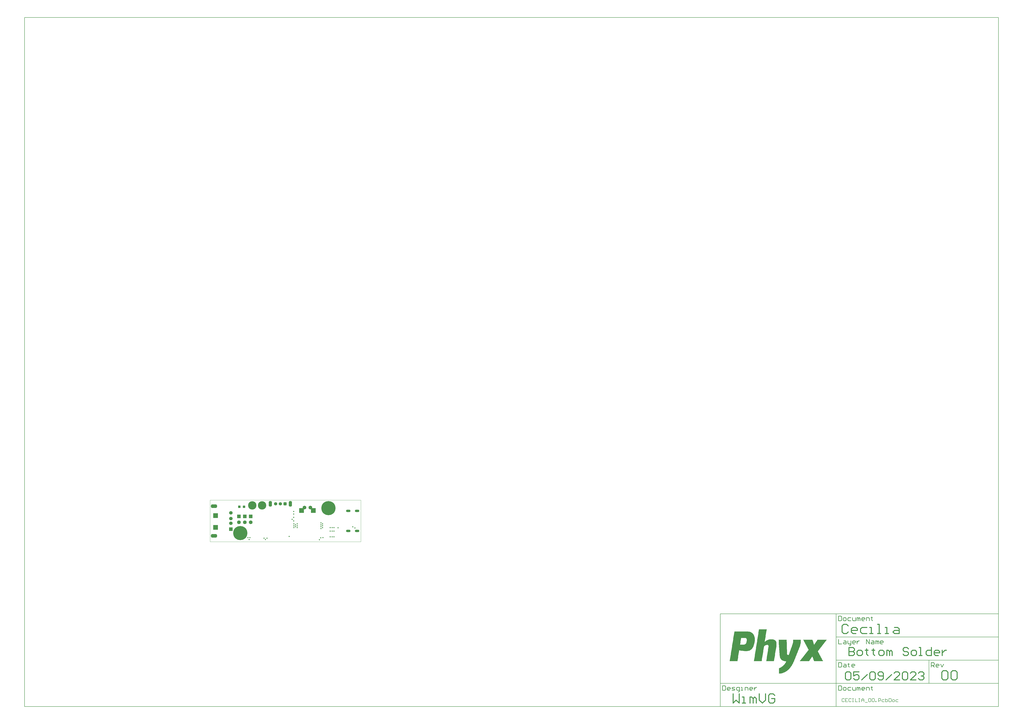
<source format=gbs>
G04*
G04 #@! TF.GenerationSoftware,Altium Limited,Altium Designer,23.8.1 (32)*
G04*
G04 Layer_Color=16711935*
%FSLAX25Y25*%
%MOIN*%
G70*
G04*
G04 #@! TF.SameCoordinates,025227D9-4B7A-4FEB-AE1B-E4A00E2DEE92*
G04*
G04*
G04 #@! TF.FilePolarity,Negative*
G04*
G01*
G75*
%ADD10C,0.00787*%
%ADD12C,0.00394*%
%ADD13C,0.00984*%
%ADD14C,0.01575*%
%ADD62R,0.06299X0.06299*%
%ADD63C,0.06299*%
%ADD64C,0.14173*%
%ADD65O,0.07480X0.04331*%
%ADD66R,0.08268X0.08268*%
G04:AMPARAMS|DCode=67|XSize=90.55mil|YSize=51.18mil|CornerRadius=13.78mil|HoleSize=0mil|Usage=FLASHONLY|Rotation=270.000|XOffset=0mil|YOffset=0mil|HoleType=Round|Shape=RoundedRectangle|*
%AMROUNDEDRECTD67*
21,1,0.09055,0.02362,0,0,270.0*
21,1,0.06299,0.05118,0,0,270.0*
1,1,0.02756,-0.01181,-0.03150*
1,1,0.02756,-0.01181,0.03150*
1,1,0.02756,0.01181,0.03150*
1,1,0.02756,0.01181,-0.03150*
%
%ADD67ROUNDEDRECTD67*%
%ADD68C,0.05512*%
G04:AMPARAMS|DCode=69|XSize=55.12mil|YSize=55.12mil|CornerRadius=14.76mil|HoleSize=0mil|Usage=FLASHONLY|Rotation=180.000|XOffset=0mil|YOffset=0mil|HoleType=Round|Shape=RoundedRectangle|*
%AMROUNDEDRECTD69*
21,1,0.05512,0.02559,0,0,180.0*
21,1,0.02559,0.05512,0,0,180.0*
1,1,0.02953,-0.01280,0.01280*
1,1,0.02953,0.01280,0.01280*
1,1,0.02953,0.01280,-0.01280*
1,1,0.02953,-0.01280,-0.01280*
%
%ADD69ROUNDEDRECTD69*%
%ADD70O,0.11024X0.06299*%
%ADD71C,0.05984*%
%ADD72R,0.05984X0.05984*%
%ADD73R,0.04331X0.04331*%
G04:AMPARAMS|DCode=74|XSize=43.31mil|YSize=43.31mil|CornerRadius=11.81mil|HoleSize=0mil|Usage=FLASHONLY|Rotation=0.000|XOffset=0mil|YOffset=0mil|HoleType=Round|Shape=RoundedRectangle|*
%AMROUNDEDRECTD74*
21,1,0.04331,0.01968,0,0,0.0*
21,1,0.01968,0.04331,0,0,0.0*
1,1,0.02362,0.00984,-0.00984*
1,1,0.02362,-0.00984,-0.00984*
1,1,0.02362,-0.00984,0.00984*
1,1,0.02362,0.00984,0.00984*
%
%ADD74ROUNDEDRECTD74*%
%ADD75C,0.24016*%
%ADD76R,0.08268X0.08268*%
%ADD77C,0.01968*%
G36*
X913926Y-152365D02*
X915644D01*
Y-152651D01*
X916503D01*
Y-152937D01*
X917362D01*
Y-153224D01*
X918221D01*
Y-153510D01*
X918793D01*
Y-153796D01*
X919080D01*
Y-154083D01*
X919652D01*
Y-154369D01*
X919939D01*
Y-154655D01*
X920511D01*
Y-154942D01*
X920798D01*
Y-155228D01*
X921084D01*
Y-155514D01*
X921370D01*
Y-155801D01*
X921657D01*
Y-156087D01*
X921943D01*
Y-156373D01*
X922229D01*
Y-156659D01*
Y-156946D01*
X922515D01*
Y-157232D01*
X922802D01*
Y-157518D01*
Y-157805D01*
X923088D01*
Y-158091D01*
X923374D01*
Y-158377D01*
Y-158664D01*
X923661D01*
Y-158950D01*
Y-159236D01*
Y-159523D01*
X923947D01*
Y-159809D01*
Y-160095D01*
Y-160382D01*
X924233D01*
Y-160668D01*
Y-160954D01*
Y-161240D01*
Y-161527D01*
X924520D01*
Y-161813D01*
Y-162100D01*
Y-162386D01*
Y-162672D01*
Y-162958D01*
X924806D01*
Y-163245D01*
Y-163531D01*
Y-163817D01*
Y-164104D01*
Y-164390D01*
Y-164676D01*
Y-164963D01*
Y-165249D01*
Y-165535D01*
Y-165822D01*
Y-166108D01*
Y-166394D01*
Y-166681D01*
Y-166967D01*
Y-167253D01*
Y-167539D01*
Y-167826D01*
Y-168112D01*
Y-168398D01*
Y-168685D01*
X924520D01*
Y-168971D01*
Y-169257D01*
Y-169544D01*
Y-169830D01*
Y-170116D01*
Y-170403D01*
Y-170689D01*
X924233D01*
Y-170975D01*
Y-171262D01*
Y-171548D01*
Y-171834D01*
Y-172120D01*
X923947D01*
Y-172407D01*
Y-172693D01*
Y-172979D01*
Y-173266D01*
Y-173552D01*
X923661D01*
Y-173838D01*
Y-174125D01*
Y-174411D01*
X923374D01*
Y-174697D01*
Y-174984D01*
Y-175270D01*
Y-175556D01*
X923088D01*
Y-175842D01*
Y-176129D01*
Y-176415D01*
X922802D01*
Y-176701D01*
Y-176988D01*
X922515D01*
Y-177274D01*
Y-177560D01*
Y-177847D01*
X922229D01*
Y-178133D01*
Y-178419D01*
X921943D01*
Y-178706D01*
Y-178992D01*
X921657D01*
Y-179278D01*
Y-179565D01*
X921370D01*
Y-179851D01*
X921084D01*
Y-180137D01*
Y-180423D01*
X920798D01*
Y-180710D01*
X920511D01*
Y-180996D01*
X920225D01*
Y-181282D01*
Y-181569D01*
X919939D01*
Y-181855D01*
X919652D01*
Y-182141D01*
X919366D01*
Y-182428D01*
X919080D01*
Y-182714D01*
X918793D01*
Y-183000D01*
X918221D01*
Y-183287D01*
X917934D01*
Y-183573D01*
X917362D01*
Y-183859D01*
X917076D01*
Y-184146D01*
X916503D01*
Y-184432D01*
X915644D01*
Y-184718D01*
X914785D01*
Y-185004D01*
X913926D01*
Y-185291D01*
X912208D01*
Y-185577D01*
X907055D01*
Y-185291D01*
X904478D01*
Y-185004D01*
X902474D01*
Y-184718D01*
X901042D01*
Y-184432D01*
X899610D01*
Y-184146D01*
X898179D01*
Y-184432D01*
Y-184718D01*
Y-185004D01*
Y-185291D01*
Y-185577D01*
Y-185863D01*
Y-186150D01*
X897892D01*
Y-186436D01*
Y-186722D01*
Y-187009D01*
Y-187295D01*
Y-187581D01*
Y-187868D01*
X897606D01*
Y-188154D01*
Y-188440D01*
Y-188727D01*
Y-189013D01*
Y-189299D01*
Y-189585D01*
X897320D01*
Y-189872D01*
Y-190158D01*
Y-190444D01*
Y-190731D01*
Y-191017D01*
Y-191303D01*
Y-191590D01*
X897034D01*
Y-191876D01*
Y-192162D01*
Y-192449D01*
Y-192735D01*
Y-193021D01*
Y-193308D01*
X896747D01*
Y-193594D01*
Y-193880D01*
Y-194167D01*
Y-194453D01*
Y-194739D01*
Y-195025D01*
X896461D01*
Y-195312D01*
Y-195598D01*
Y-195884D01*
Y-196171D01*
Y-196457D01*
Y-196743D01*
Y-197030D01*
X896175D01*
Y-197316D01*
Y-197602D01*
Y-197889D01*
Y-198175D01*
Y-198461D01*
Y-198748D01*
X895888D01*
Y-199034D01*
Y-199320D01*
Y-199606D01*
Y-199893D01*
Y-200179D01*
Y-200465D01*
X895602D01*
Y-200752D01*
Y-201038D01*
Y-201324D01*
Y-201611D01*
Y-201897D01*
Y-202183D01*
Y-202470D01*
X882145D01*
Y-202183D01*
X882432D01*
Y-201897D01*
Y-201611D01*
Y-201324D01*
Y-201038D01*
Y-200752D01*
X882718D01*
Y-200465D01*
Y-200179D01*
Y-199893D01*
Y-199606D01*
Y-199320D01*
Y-199034D01*
Y-198748D01*
X883004D01*
Y-198461D01*
Y-198175D01*
Y-197889D01*
Y-197602D01*
Y-197316D01*
Y-197030D01*
X883291D01*
Y-196743D01*
Y-196457D01*
Y-196171D01*
Y-195884D01*
Y-195598D01*
Y-195312D01*
X883577D01*
Y-195025D01*
Y-194739D01*
Y-194453D01*
Y-194167D01*
Y-193880D01*
Y-193594D01*
Y-193308D01*
X883863D01*
Y-193021D01*
Y-192735D01*
Y-192449D01*
Y-192162D01*
Y-191876D01*
Y-191590D01*
X884149D01*
Y-191303D01*
Y-191017D01*
Y-190731D01*
Y-190444D01*
Y-190158D01*
Y-189872D01*
X884436D01*
Y-189585D01*
Y-189299D01*
Y-189013D01*
Y-188727D01*
Y-188440D01*
Y-188154D01*
X884722D01*
Y-187868D01*
Y-187581D01*
Y-187295D01*
Y-187009D01*
Y-186722D01*
Y-186436D01*
Y-186150D01*
X885009D01*
Y-185863D01*
Y-185577D01*
Y-185291D01*
Y-185004D01*
Y-184718D01*
Y-184432D01*
X885295D01*
Y-184146D01*
Y-183859D01*
Y-183573D01*
Y-183287D01*
Y-183000D01*
Y-182714D01*
X885581D01*
Y-182428D01*
Y-182141D01*
Y-181855D01*
Y-181569D01*
Y-181282D01*
Y-180996D01*
X885867D01*
Y-180710D01*
Y-180423D01*
Y-180137D01*
Y-179851D01*
Y-179565D01*
Y-179278D01*
Y-178992D01*
X886154D01*
Y-178706D01*
Y-178419D01*
Y-178133D01*
Y-177847D01*
Y-177560D01*
Y-177274D01*
X886440D01*
Y-176988D01*
Y-176701D01*
Y-176415D01*
Y-176129D01*
Y-175842D01*
Y-175556D01*
X886726D01*
Y-175270D01*
Y-174984D01*
Y-174697D01*
Y-174411D01*
Y-174125D01*
Y-173838D01*
Y-173552D01*
X887013D01*
Y-173266D01*
Y-172979D01*
Y-172693D01*
Y-172407D01*
Y-172120D01*
Y-171834D01*
X887299D01*
Y-171548D01*
Y-171262D01*
Y-170975D01*
Y-170689D01*
Y-170403D01*
Y-170116D01*
X887585D01*
Y-169830D01*
Y-169544D01*
Y-169257D01*
Y-168971D01*
Y-168685D01*
Y-168398D01*
X887872D01*
Y-168112D01*
Y-167826D01*
Y-167539D01*
Y-167253D01*
Y-166967D01*
Y-166681D01*
Y-166394D01*
X888158D01*
Y-166108D01*
Y-165822D01*
Y-165535D01*
Y-165249D01*
Y-164963D01*
Y-164676D01*
X888444D01*
Y-164390D01*
Y-164104D01*
Y-163817D01*
Y-163531D01*
Y-163245D01*
Y-162958D01*
X888731D01*
Y-162672D01*
Y-162386D01*
Y-162100D01*
Y-161813D01*
Y-161527D01*
Y-161240D01*
Y-160954D01*
X889017D01*
Y-160668D01*
Y-160382D01*
Y-160095D01*
Y-159809D01*
Y-159523D01*
Y-159236D01*
X889303D01*
Y-158950D01*
Y-158664D01*
Y-158377D01*
Y-158091D01*
Y-157805D01*
Y-157518D01*
X889590D01*
Y-157232D01*
Y-156946D01*
Y-156659D01*
Y-156373D01*
Y-156087D01*
Y-155801D01*
Y-155514D01*
X889876D01*
Y-155228D01*
Y-154942D01*
Y-154655D01*
Y-154369D01*
Y-154083D01*
Y-153796D01*
X890162D01*
Y-153510D01*
Y-153224D01*
Y-152937D01*
Y-152651D01*
Y-152365D01*
Y-152078D01*
X913926D01*
Y-152365D01*
D02*
G37*
G36*
X945134Y-148929D02*
Y-149215D01*
X944848D01*
Y-149502D01*
Y-149788D01*
Y-150074D01*
Y-150361D01*
Y-150647D01*
Y-150933D01*
X944561D01*
Y-151220D01*
Y-151506D01*
Y-151792D01*
Y-152078D01*
Y-152365D01*
Y-152651D01*
X944275D01*
Y-152937D01*
Y-153224D01*
Y-153510D01*
Y-153796D01*
Y-154083D01*
Y-154369D01*
Y-154655D01*
X943989D01*
Y-154942D01*
Y-155228D01*
Y-155514D01*
Y-155801D01*
Y-156087D01*
Y-156373D01*
X943703D01*
Y-156659D01*
Y-156946D01*
Y-157232D01*
Y-157518D01*
Y-157805D01*
Y-158091D01*
X943416D01*
Y-158377D01*
Y-158664D01*
Y-158950D01*
Y-159236D01*
Y-159523D01*
Y-159809D01*
Y-160095D01*
X943130D01*
Y-160382D01*
Y-160668D01*
Y-160954D01*
Y-161240D01*
Y-161527D01*
Y-161813D01*
X942844D01*
Y-162100D01*
Y-162386D01*
Y-162672D01*
Y-162958D01*
Y-163245D01*
Y-163531D01*
X942557D01*
Y-163817D01*
Y-164104D01*
Y-164390D01*
Y-164676D01*
Y-164963D01*
Y-165249D01*
X942271D01*
Y-165535D01*
Y-165822D01*
Y-166108D01*
Y-166394D01*
Y-166681D01*
Y-166967D01*
Y-167253D01*
X941985D01*
Y-167539D01*
Y-167826D01*
Y-168112D01*
Y-168398D01*
Y-168685D01*
Y-168971D01*
X941698D01*
Y-169257D01*
Y-169544D01*
X942271D01*
Y-169257D01*
X942557D01*
Y-168971D01*
X942844D01*
Y-168685D01*
X943416D01*
Y-168398D01*
X943703D01*
Y-168112D01*
X943989D01*
Y-167826D01*
X944561D01*
Y-167539D01*
X945134D01*
Y-167253D01*
X945420D01*
Y-166967D01*
X945993D01*
Y-166681D01*
X946852D01*
Y-166394D01*
X947425D01*
Y-166108D01*
X948284D01*
Y-165822D01*
X949715D01*
Y-165535D01*
X956014D01*
Y-165822D01*
X957159D01*
Y-166108D01*
X958018D01*
Y-166394D01*
X958591D01*
Y-166681D01*
X958877D01*
Y-166967D01*
X959450D01*
Y-167253D01*
X959736D01*
Y-167539D01*
X960022D01*
Y-167826D01*
X960309D01*
Y-168112D01*
X960595D01*
Y-168398D01*
Y-168685D01*
X960881D01*
Y-168971D01*
Y-169257D01*
X961168D01*
Y-169544D01*
Y-169830D01*
Y-170116D01*
X961454D01*
Y-170403D01*
Y-170689D01*
Y-170975D01*
Y-171262D01*
X961740D01*
Y-171548D01*
Y-171834D01*
Y-172120D01*
Y-172407D01*
Y-172693D01*
Y-172979D01*
Y-173266D01*
Y-173552D01*
Y-173838D01*
Y-174125D01*
Y-174411D01*
Y-174697D01*
Y-174984D01*
Y-175270D01*
Y-175556D01*
Y-175842D01*
Y-176129D01*
Y-176415D01*
X961454D01*
Y-176701D01*
Y-176988D01*
Y-177274D01*
Y-177560D01*
Y-177847D01*
Y-178133D01*
Y-178419D01*
X961168D01*
Y-178706D01*
Y-178992D01*
Y-179278D01*
Y-179565D01*
Y-179851D01*
Y-180137D01*
Y-180423D01*
X960881D01*
Y-180710D01*
Y-180996D01*
Y-181282D01*
Y-181569D01*
Y-181855D01*
Y-182141D01*
X960595D01*
Y-182428D01*
Y-182714D01*
Y-183000D01*
Y-183287D01*
Y-183573D01*
Y-183859D01*
X960309D01*
Y-184146D01*
Y-184432D01*
Y-184718D01*
Y-185004D01*
Y-185291D01*
Y-185577D01*
X960022D01*
Y-185863D01*
Y-186150D01*
Y-186436D01*
Y-186722D01*
Y-187009D01*
Y-187295D01*
Y-187581D01*
X959736D01*
Y-187868D01*
Y-188154D01*
Y-188440D01*
Y-188727D01*
Y-189013D01*
Y-189299D01*
X959450D01*
Y-189585D01*
Y-189872D01*
Y-190158D01*
Y-190444D01*
Y-190731D01*
Y-191017D01*
X959163D01*
Y-191303D01*
Y-191590D01*
Y-191876D01*
Y-192162D01*
Y-192449D01*
Y-192735D01*
Y-193021D01*
X958877D01*
Y-193308D01*
Y-193594D01*
Y-193880D01*
Y-194167D01*
Y-194453D01*
Y-194739D01*
X958591D01*
Y-195025D01*
Y-195312D01*
Y-195598D01*
Y-195884D01*
Y-196171D01*
Y-196457D01*
X958305D01*
Y-196743D01*
Y-197030D01*
Y-197316D01*
Y-197602D01*
Y-197889D01*
Y-198175D01*
X958018D01*
Y-198461D01*
Y-198748D01*
Y-199034D01*
Y-199320D01*
Y-199606D01*
Y-199893D01*
Y-200179D01*
X957732D01*
Y-200465D01*
Y-200752D01*
Y-201038D01*
Y-201324D01*
Y-201611D01*
Y-201897D01*
X957446D01*
Y-202183D01*
Y-202470D01*
X944275D01*
Y-202183D01*
Y-201897D01*
X944561D01*
Y-201611D01*
Y-201324D01*
Y-201038D01*
Y-200752D01*
Y-200465D01*
Y-200179D01*
X944848D01*
Y-199893D01*
Y-199606D01*
Y-199320D01*
Y-199034D01*
Y-198748D01*
Y-198461D01*
Y-198175D01*
X945134D01*
Y-197889D01*
Y-197602D01*
Y-197316D01*
Y-197030D01*
Y-196743D01*
Y-196457D01*
X945420D01*
Y-196171D01*
Y-195884D01*
Y-195598D01*
Y-195312D01*
Y-195025D01*
Y-194739D01*
X945707D01*
Y-194453D01*
Y-194167D01*
Y-193880D01*
Y-193594D01*
Y-193308D01*
Y-193021D01*
Y-192735D01*
X945993D01*
Y-192449D01*
Y-192162D01*
Y-191876D01*
Y-191590D01*
Y-191303D01*
Y-191017D01*
X946279D01*
Y-190731D01*
Y-190444D01*
Y-190158D01*
Y-189872D01*
Y-189585D01*
Y-189299D01*
Y-189013D01*
X946566D01*
Y-188727D01*
Y-188440D01*
Y-188154D01*
Y-187868D01*
Y-187581D01*
Y-187295D01*
X946852D01*
Y-187009D01*
Y-186722D01*
Y-186436D01*
Y-186150D01*
Y-185863D01*
Y-185577D01*
X947138D01*
Y-185291D01*
Y-185004D01*
Y-184718D01*
Y-184432D01*
Y-184146D01*
Y-183859D01*
X947425D01*
Y-183573D01*
Y-183287D01*
Y-183000D01*
Y-182714D01*
Y-182428D01*
Y-182141D01*
Y-181855D01*
X947711D01*
Y-181569D01*
Y-181282D01*
Y-180996D01*
Y-180710D01*
Y-180423D01*
Y-180137D01*
X947997D01*
Y-179851D01*
Y-179565D01*
Y-179278D01*
Y-178992D01*
Y-178706D01*
Y-178419D01*
Y-178133D01*
X948284D01*
Y-177847D01*
Y-177560D01*
Y-177274D01*
Y-176988D01*
Y-176701D01*
Y-176415D01*
X947997D01*
Y-176129D01*
Y-175842D01*
X947711D01*
Y-175556D01*
X947425D01*
Y-175270D01*
X946852D01*
Y-174984D01*
X945134D01*
Y-175270D01*
X943703D01*
Y-175556D01*
X942844D01*
Y-175842D01*
X942271D01*
Y-176129D01*
X941985D01*
Y-176415D01*
X941412D01*
Y-176701D01*
X941126D01*
Y-176988D01*
X940839D01*
Y-177274D01*
Y-177560D01*
X940553D01*
Y-177847D01*
Y-178133D01*
Y-178419D01*
X940267D01*
Y-178706D01*
Y-178992D01*
Y-179278D01*
Y-179565D01*
Y-179851D01*
Y-180137D01*
X939981D01*
Y-180423D01*
Y-180710D01*
Y-180996D01*
Y-181282D01*
Y-181569D01*
Y-181855D01*
Y-182141D01*
X939694D01*
Y-182428D01*
Y-182714D01*
Y-183000D01*
Y-183287D01*
Y-183573D01*
Y-183859D01*
X939408D01*
Y-184146D01*
Y-184432D01*
Y-184718D01*
Y-185004D01*
Y-185291D01*
Y-185577D01*
X939122D01*
Y-185863D01*
Y-186150D01*
Y-186436D01*
Y-186722D01*
Y-187009D01*
Y-187295D01*
X938835D01*
Y-187581D01*
Y-187868D01*
Y-188154D01*
Y-188440D01*
Y-188727D01*
Y-189013D01*
Y-189299D01*
X938549D01*
Y-189585D01*
Y-189872D01*
Y-190158D01*
Y-190444D01*
Y-190731D01*
Y-191017D01*
X938263D01*
Y-191303D01*
Y-191590D01*
Y-191876D01*
Y-192162D01*
Y-192449D01*
Y-192735D01*
X937976D01*
Y-193021D01*
Y-193308D01*
Y-193594D01*
Y-193880D01*
Y-194167D01*
Y-194453D01*
Y-194739D01*
X937690D01*
Y-195025D01*
Y-195312D01*
Y-195598D01*
Y-195884D01*
Y-196171D01*
Y-196457D01*
X937404D01*
Y-196743D01*
Y-197030D01*
Y-197316D01*
Y-197602D01*
Y-197889D01*
Y-198175D01*
X937117D01*
Y-198461D01*
Y-198748D01*
Y-199034D01*
Y-199320D01*
Y-199606D01*
Y-199893D01*
X936831D01*
Y-200179D01*
Y-200465D01*
Y-200752D01*
Y-201038D01*
Y-201324D01*
Y-201611D01*
Y-201897D01*
X936545D01*
Y-202183D01*
Y-202470D01*
X923374D01*
Y-202183D01*
Y-201897D01*
X923661D01*
Y-201611D01*
Y-201324D01*
Y-201038D01*
Y-200752D01*
Y-200465D01*
Y-200179D01*
Y-199893D01*
X923947D01*
Y-199606D01*
Y-199320D01*
Y-199034D01*
Y-198748D01*
Y-198461D01*
Y-198175D01*
X924233D01*
Y-197889D01*
Y-197602D01*
Y-197316D01*
Y-197030D01*
Y-196743D01*
Y-196457D01*
X924520D01*
Y-196171D01*
Y-195884D01*
Y-195598D01*
Y-195312D01*
Y-195025D01*
Y-194739D01*
Y-194453D01*
X924806D01*
Y-194167D01*
Y-193880D01*
Y-193594D01*
Y-193308D01*
Y-193021D01*
Y-192735D01*
X925092D01*
Y-192449D01*
Y-192162D01*
Y-191876D01*
Y-191590D01*
Y-191303D01*
Y-191017D01*
X925379D01*
Y-190731D01*
Y-190444D01*
Y-190158D01*
Y-189872D01*
Y-189585D01*
Y-189299D01*
X925665D01*
Y-189013D01*
Y-188727D01*
Y-188440D01*
Y-188154D01*
Y-187868D01*
Y-187581D01*
Y-187295D01*
X925951D01*
Y-187009D01*
Y-186722D01*
Y-186436D01*
Y-186150D01*
Y-185863D01*
Y-185577D01*
X926237D01*
Y-185291D01*
Y-185004D01*
Y-184718D01*
Y-184432D01*
Y-184146D01*
Y-183859D01*
X926524D01*
Y-183573D01*
Y-183287D01*
Y-183000D01*
Y-182714D01*
Y-182428D01*
Y-182141D01*
Y-181855D01*
X926810D01*
Y-181569D01*
Y-181282D01*
Y-180996D01*
Y-180710D01*
Y-180423D01*
Y-180137D01*
X927096D01*
Y-179851D01*
Y-179565D01*
Y-179278D01*
Y-178992D01*
Y-178706D01*
Y-178419D01*
X927383D01*
Y-178133D01*
Y-177847D01*
Y-177560D01*
Y-177274D01*
Y-176988D01*
Y-176701D01*
X927669D01*
Y-176415D01*
Y-176129D01*
Y-175842D01*
Y-175556D01*
Y-175270D01*
Y-174984D01*
Y-174697D01*
X927955D01*
Y-174411D01*
Y-174125D01*
Y-173838D01*
Y-173552D01*
Y-173266D01*
Y-172979D01*
X928242D01*
Y-172693D01*
Y-172407D01*
Y-172120D01*
Y-171834D01*
Y-171548D01*
Y-171262D01*
X928528D01*
Y-170975D01*
Y-170689D01*
Y-170403D01*
Y-170116D01*
Y-169830D01*
Y-169544D01*
X928814D01*
Y-169257D01*
Y-168971D01*
Y-168685D01*
Y-168398D01*
Y-168112D01*
Y-167826D01*
Y-167539D01*
X929101D01*
Y-167253D01*
Y-166967D01*
Y-166681D01*
Y-166394D01*
Y-166108D01*
Y-165822D01*
X929387D01*
Y-165535D01*
Y-165249D01*
Y-164963D01*
Y-164676D01*
Y-164390D01*
Y-164104D01*
X929673D01*
Y-163817D01*
Y-163531D01*
Y-163245D01*
Y-162958D01*
Y-162672D01*
Y-162386D01*
Y-162100D01*
X929960D01*
Y-161813D01*
Y-161527D01*
Y-161240D01*
Y-160954D01*
Y-160668D01*
Y-160382D01*
X930246D01*
Y-160095D01*
Y-159809D01*
Y-159523D01*
Y-159236D01*
Y-158950D01*
Y-158664D01*
X930532D01*
Y-158377D01*
Y-158091D01*
Y-157805D01*
Y-157518D01*
Y-157232D01*
Y-156946D01*
X930818D01*
Y-156659D01*
Y-156373D01*
Y-156087D01*
Y-155801D01*
Y-155514D01*
Y-155228D01*
Y-154942D01*
X931105D01*
Y-154655D01*
Y-154369D01*
Y-154083D01*
Y-153796D01*
Y-153510D01*
Y-153224D01*
X931391D01*
Y-152937D01*
Y-152651D01*
Y-152365D01*
Y-152078D01*
Y-151792D01*
Y-151506D01*
X931678D01*
Y-151220D01*
Y-150933D01*
Y-150647D01*
Y-150361D01*
Y-150074D01*
Y-149788D01*
Y-149502D01*
X931964D01*
Y-149215D01*
Y-148929D01*
Y-148643D01*
X945134D01*
Y-148929D01*
D02*
G37*
G36*
X1047062Y-166394D02*
X1046775D01*
Y-166681D01*
X1046489D01*
Y-166967D01*
Y-167253D01*
X1046203D01*
Y-167539D01*
X1045916D01*
Y-167826D01*
X1045630D01*
Y-168112D01*
Y-168398D01*
X1045344D01*
Y-168685D01*
X1045057D01*
Y-168971D01*
X1044771D01*
Y-169257D01*
X1044485D01*
Y-169544D01*
Y-169830D01*
X1044198D01*
Y-170116D01*
X1043912D01*
Y-170403D01*
X1043626D01*
Y-170689D01*
Y-170975D01*
X1043340D01*
Y-171262D01*
X1043053D01*
Y-171548D01*
X1042767D01*
Y-171834D01*
X1042480D01*
Y-172120D01*
Y-172407D01*
X1042194D01*
Y-172693D01*
X1041908D01*
Y-172979D01*
X1041622D01*
Y-173266D01*
Y-173552D01*
X1041335D01*
Y-173838D01*
X1041049D01*
Y-174125D01*
X1040763D01*
Y-174411D01*
Y-174697D01*
X1040476D01*
Y-174984D01*
X1040190D01*
Y-175270D01*
X1039904D01*
Y-175556D01*
X1039617D01*
Y-175842D01*
Y-176129D01*
X1039331D01*
Y-176415D01*
X1039045D01*
Y-176701D01*
X1038758D01*
Y-176988D01*
Y-177274D01*
X1038472D01*
Y-177560D01*
X1038186D01*
Y-177847D01*
X1037899D01*
Y-178133D01*
Y-178419D01*
X1037613D01*
Y-178706D01*
X1037327D01*
Y-178992D01*
X1037041D01*
Y-179278D01*
X1036754D01*
Y-179565D01*
Y-179851D01*
X1036468D01*
Y-180137D01*
X1036182D01*
Y-180423D01*
X1035895D01*
Y-180710D01*
Y-180996D01*
X1035609D01*
Y-181282D01*
X1035323D01*
Y-181569D01*
X1035036D01*
Y-181855D01*
Y-182141D01*
X1034750D01*
Y-182428D01*
X1034464D01*
Y-182714D01*
X1034177D01*
Y-183000D01*
X1033891D01*
Y-183287D01*
Y-183573D01*
X1033605D01*
Y-183859D01*
X1033319D01*
Y-184146D01*
X1033032D01*
Y-184432D01*
Y-184718D01*
X1032746D01*
Y-185004D01*
X1032460D01*
Y-185291D01*
X1032173D01*
Y-185577D01*
X1031887D01*
Y-185863D01*
Y-186150D01*
X1032173D01*
Y-186436D01*
Y-186722D01*
X1032460D01*
Y-187009D01*
Y-187295D01*
X1032746D01*
Y-187581D01*
X1033032D01*
Y-187868D01*
Y-188154D01*
X1033319D01*
Y-188440D01*
Y-188727D01*
X1033605D01*
Y-189013D01*
Y-189299D01*
X1033891D01*
Y-189585D01*
Y-189872D01*
X1034177D01*
Y-190158D01*
Y-190444D01*
X1034464D01*
Y-190731D01*
Y-191017D01*
X1034750D01*
Y-191303D01*
Y-191590D01*
X1035036D01*
Y-191876D01*
Y-192162D01*
X1035323D01*
Y-192449D01*
X1035609D01*
Y-192735D01*
Y-193021D01*
X1035895D01*
Y-193308D01*
Y-193594D01*
X1036182D01*
Y-193880D01*
Y-194167D01*
X1036468D01*
Y-194453D01*
Y-194739D01*
X1036754D01*
Y-195025D01*
Y-195312D01*
X1037041D01*
Y-195598D01*
Y-195884D01*
X1037327D01*
Y-196171D01*
Y-196457D01*
X1037613D01*
Y-196743D01*
X1037899D01*
Y-197030D01*
Y-197316D01*
X1038186D01*
Y-197602D01*
Y-197889D01*
X1038472D01*
Y-198175D01*
Y-198461D01*
X1038758D01*
Y-198748D01*
Y-199034D01*
X1039045D01*
Y-199320D01*
Y-199606D01*
X1039331D01*
Y-199893D01*
Y-200179D01*
X1039617D01*
Y-200465D01*
Y-200752D01*
X1039904D01*
Y-201038D01*
X1040190D01*
Y-201324D01*
Y-201611D01*
X1040476D01*
Y-201897D01*
Y-202183D01*
X1040763D01*
Y-202470D01*
X1025588D01*
Y-202183D01*
X1025302D01*
Y-201897D01*
Y-201611D01*
Y-201324D01*
X1025016D01*
Y-201038D01*
Y-200752D01*
Y-200465D01*
X1024729D01*
Y-200179D01*
Y-199893D01*
X1024443D01*
Y-199606D01*
Y-199320D01*
Y-199034D01*
X1024156D01*
Y-198748D01*
Y-198461D01*
Y-198175D01*
X1023870D01*
Y-197889D01*
Y-197602D01*
X1023584D01*
Y-197316D01*
Y-197030D01*
Y-196743D01*
X1023298D01*
Y-196457D01*
Y-196171D01*
Y-195884D01*
X1023011D01*
Y-195598D01*
Y-195312D01*
Y-195025D01*
X1022725D01*
Y-194739D01*
X1022152D01*
Y-195025D01*
Y-195312D01*
X1021866D01*
Y-195598D01*
X1021580D01*
Y-195884D01*
Y-196171D01*
X1021293D01*
Y-196457D01*
X1021007D01*
Y-196743D01*
Y-197030D01*
X1020721D01*
Y-197316D01*
X1020434D01*
Y-197602D01*
Y-197889D01*
X1020148D01*
Y-198175D01*
X1019862D01*
Y-198461D01*
X1019576D01*
Y-198748D01*
Y-199034D01*
X1019289D01*
Y-199320D01*
X1019003D01*
Y-199606D01*
Y-199893D01*
X1018717D01*
Y-200179D01*
X1018430D01*
Y-200465D01*
Y-200752D01*
X1018144D01*
Y-201038D01*
X1017858D01*
Y-201324D01*
Y-201611D01*
X1017571D01*
Y-201897D01*
X1017285D01*
Y-202183D01*
Y-202470D01*
X1001252D01*
Y-202183D01*
X1001538D01*
Y-201897D01*
X1001824D01*
Y-201611D01*
X1002110D01*
Y-201324D01*
X1002397D01*
Y-201038D01*
Y-200752D01*
X1002683D01*
Y-200465D01*
X1002969D01*
Y-200179D01*
X1003256D01*
Y-199893D01*
X1003542D01*
Y-199606D01*
Y-199320D01*
X1003828D01*
Y-199034D01*
X1004115D01*
Y-198748D01*
X1004401D01*
Y-198461D01*
Y-198175D01*
X1004687D01*
Y-197889D01*
X1004974D01*
Y-197602D01*
X1005260D01*
Y-197316D01*
X1005546D01*
Y-197030D01*
Y-196743D01*
X1005832D01*
Y-196457D01*
X1006119D01*
Y-196171D01*
X1006405D01*
Y-195884D01*
X1006691D01*
Y-195598D01*
Y-195312D01*
X1006978D01*
Y-195025D01*
X1007264D01*
Y-194739D01*
X1007550D01*
Y-194453D01*
Y-194167D01*
X1007837D01*
Y-193880D01*
X1008123D01*
Y-193594D01*
X1008409D01*
Y-193308D01*
X1008696D01*
Y-193021D01*
Y-192735D01*
X1008982D01*
Y-192449D01*
X1009268D01*
Y-192162D01*
X1009555D01*
Y-191876D01*
Y-191590D01*
X1009841D01*
Y-191303D01*
X1010127D01*
Y-191017D01*
X1010413D01*
Y-190731D01*
X1010700D01*
Y-190444D01*
Y-190158D01*
X1010986D01*
Y-189872D01*
X1011272D01*
Y-189585D01*
X1011559D01*
Y-189299D01*
Y-189013D01*
X1011845D01*
Y-188727D01*
X1012131D01*
Y-188440D01*
X1012418D01*
Y-188154D01*
X1012704D01*
Y-187868D01*
Y-187581D01*
X1012990D01*
Y-187295D01*
X1013277D01*
Y-187009D01*
X1013563D01*
Y-186722D01*
X1013849D01*
Y-186436D01*
Y-186150D01*
X1014136D01*
Y-185863D01*
X1014422D01*
Y-185577D01*
X1014708D01*
Y-185291D01*
Y-185004D01*
X1014995D01*
Y-184718D01*
X1015281D01*
Y-184432D01*
X1015567D01*
Y-184146D01*
X1015853D01*
Y-183859D01*
Y-183573D01*
X1016140D01*
Y-183287D01*
Y-183000D01*
Y-182714D01*
X1015853D01*
Y-182428D01*
X1015567D01*
Y-182141D01*
Y-181855D01*
X1015281D01*
Y-181569D01*
Y-181282D01*
X1014995D01*
Y-180996D01*
Y-180710D01*
X1014708D01*
Y-180423D01*
Y-180137D01*
X1014422D01*
Y-179851D01*
Y-179565D01*
X1014136D01*
Y-179278D01*
Y-178992D01*
X1013849D01*
Y-178706D01*
X1013563D01*
Y-178419D01*
Y-178133D01*
X1013277D01*
Y-177847D01*
Y-177560D01*
X1012990D01*
Y-177274D01*
Y-176988D01*
X1012704D01*
Y-176701D01*
Y-176415D01*
X1012418D01*
Y-176129D01*
Y-175842D01*
X1012131D01*
Y-175556D01*
Y-175270D01*
X1011845D01*
Y-174984D01*
X1011559D01*
Y-174697D01*
Y-174411D01*
X1011272D01*
Y-174125D01*
Y-173838D01*
X1010986D01*
Y-173552D01*
Y-173266D01*
X1010700D01*
Y-172979D01*
Y-172693D01*
X1010413D01*
Y-172407D01*
Y-172120D01*
X1010127D01*
Y-171834D01*
Y-171548D01*
X1009841D01*
Y-171262D01*
Y-170975D01*
X1009555D01*
Y-170689D01*
X1009268D01*
Y-170403D01*
Y-170116D01*
X1008982D01*
Y-169830D01*
Y-169544D01*
X1008696D01*
Y-169257D01*
Y-168971D01*
X1008409D01*
Y-168685D01*
Y-168398D01*
X1008123D01*
Y-168112D01*
Y-167826D01*
X1007837D01*
Y-167539D01*
Y-167253D01*
X1007550D01*
Y-166967D01*
X1007264D01*
Y-166681D01*
Y-166394D01*
X1006978D01*
Y-166108D01*
X1022725D01*
Y-166394D01*
X1023011D01*
Y-166681D01*
Y-166967D01*
Y-167253D01*
X1023298D01*
Y-167539D01*
Y-167826D01*
Y-168112D01*
X1023584D01*
Y-168398D01*
Y-168685D01*
Y-168971D01*
X1023870D01*
Y-169257D01*
Y-169544D01*
Y-169830D01*
X1024156D01*
Y-170116D01*
Y-170403D01*
Y-170689D01*
X1024443D01*
Y-170975D01*
Y-171262D01*
Y-171548D01*
X1024729D01*
Y-171834D01*
Y-172120D01*
Y-172407D01*
X1025016D01*
Y-172693D01*
Y-172979D01*
Y-173266D01*
X1025302D01*
Y-173552D01*
Y-173838D01*
Y-174125D01*
Y-174411D01*
X1025874D01*
Y-174125D01*
X1026161D01*
Y-173838D01*
X1026447D01*
Y-173552D01*
Y-173266D01*
X1026733D01*
Y-172979D01*
X1027020D01*
Y-172693D01*
Y-172407D01*
X1027306D01*
Y-172120D01*
X1027592D01*
Y-171834D01*
Y-171548D01*
X1027879D01*
Y-171262D01*
X1028165D01*
Y-170975D01*
Y-170689D01*
X1028451D01*
Y-170403D01*
X1028738D01*
Y-170116D01*
Y-169830D01*
X1029024D01*
Y-169544D01*
X1029310D01*
Y-169257D01*
Y-168971D01*
X1029597D01*
Y-168685D01*
X1029883D01*
Y-168398D01*
Y-168112D01*
X1030169D01*
Y-167826D01*
X1030455D01*
Y-167539D01*
Y-167253D01*
X1030742D01*
Y-166967D01*
X1031028D01*
Y-166681D01*
Y-166394D01*
X1031314D01*
Y-166108D01*
X1047062D01*
Y-166394D01*
D02*
G37*
G36*
X1002969D02*
Y-166681D01*
Y-166967D01*
Y-167253D01*
Y-167539D01*
Y-167826D01*
Y-168112D01*
Y-168398D01*
Y-168685D01*
Y-168971D01*
Y-169257D01*
Y-169544D01*
Y-169830D01*
Y-170116D01*
Y-170403D01*
Y-170689D01*
Y-170975D01*
Y-171262D01*
Y-171548D01*
Y-171834D01*
Y-172120D01*
X1002683D01*
Y-172407D01*
Y-172693D01*
Y-172979D01*
Y-173266D01*
Y-173552D01*
X1002397D01*
Y-173838D01*
Y-174125D01*
Y-174411D01*
Y-174697D01*
X1002110D01*
Y-174984D01*
Y-175270D01*
Y-175556D01*
Y-175842D01*
X1001824D01*
Y-176129D01*
Y-176415D01*
Y-176701D01*
X1001538D01*
Y-176988D01*
Y-177274D01*
Y-177560D01*
X1001252D01*
Y-177847D01*
Y-178133D01*
Y-178419D01*
X1000965D01*
Y-178706D01*
Y-178992D01*
Y-179278D01*
X1000679D01*
Y-179565D01*
Y-179851D01*
X1000393D01*
Y-180137D01*
Y-180423D01*
X1000106D01*
Y-180710D01*
Y-180996D01*
Y-181282D01*
X999820D01*
Y-181569D01*
Y-181855D01*
X999534D01*
Y-182141D01*
Y-182428D01*
Y-182714D01*
X999247D01*
Y-183000D01*
Y-183287D01*
X998961D01*
Y-183573D01*
Y-183859D01*
Y-184146D01*
X998675D01*
Y-184432D01*
Y-184718D01*
X998388D01*
Y-185004D01*
Y-185291D01*
Y-185577D01*
X998102D01*
Y-185863D01*
Y-186150D01*
X997816D01*
Y-186436D01*
Y-186722D01*
Y-187009D01*
X997529D01*
Y-187295D01*
Y-187581D01*
X997243D01*
Y-187868D01*
Y-188154D01*
Y-188440D01*
X996957D01*
Y-188727D01*
Y-189013D01*
X996671D01*
Y-189299D01*
Y-189585D01*
Y-189872D01*
X996384D01*
Y-190158D01*
Y-190444D01*
X996098D01*
Y-190731D01*
Y-191017D01*
Y-191303D01*
X995811D01*
Y-191590D01*
Y-191876D01*
X995525D01*
Y-192162D01*
Y-192449D01*
Y-192735D01*
X995239D01*
Y-193021D01*
Y-193308D01*
X994953D01*
Y-193594D01*
Y-193880D01*
Y-194167D01*
X994666D01*
Y-194453D01*
Y-194739D01*
X994380D01*
Y-195025D01*
Y-195312D01*
Y-195598D01*
X994094D01*
Y-195884D01*
Y-196171D01*
X993807D01*
Y-196457D01*
Y-196743D01*
Y-197030D01*
X993521D01*
Y-197316D01*
Y-197602D01*
X993235D01*
Y-197889D01*
Y-198175D01*
Y-198461D01*
X992948D01*
Y-198748D01*
Y-199034D01*
X992662D01*
Y-199320D01*
Y-199606D01*
Y-199893D01*
X992376D01*
Y-200179D01*
Y-200465D01*
X992089D01*
Y-200752D01*
Y-201038D01*
Y-201324D01*
X991803D01*
Y-201611D01*
Y-201897D01*
X991517D01*
Y-202183D01*
Y-202470D01*
Y-202756D01*
X991230D01*
Y-203042D01*
Y-203328D01*
X990944D01*
Y-203615D01*
Y-203901D01*
X990658D01*
Y-204187D01*
Y-204474D01*
X990372D01*
Y-204760D01*
Y-205046D01*
Y-205333D01*
X990085D01*
Y-205619D01*
X989799D01*
Y-205905D01*
Y-206192D01*
Y-206478D01*
X989513D01*
Y-206764D01*
X989226D01*
Y-207051D01*
Y-207337D01*
X988940D01*
Y-207623D01*
Y-207909D01*
X988654D01*
Y-208196D01*
Y-208482D01*
X988367D01*
Y-208769D01*
Y-209055D01*
X988081D01*
Y-209341D01*
X987795D01*
Y-209627D01*
Y-209914D01*
X987508D01*
Y-210200D01*
Y-210486D01*
X987222D01*
Y-210773D01*
X986936D01*
Y-211059D01*
X986650D01*
Y-211345D01*
Y-211632D01*
X986363D01*
Y-211918D01*
X986077D01*
Y-212204D01*
Y-212491D01*
X985791D01*
Y-212777D01*
X985504D01*
Y-213063D01*
X985218D01*
Y-213350D01*
Y-213636D01*
X984932D01*
Y-213922D01*
X984645D01*
Y-214208D01*
X984359D01*
Y-214495D01*
X984073D01*
Y-214781D01*
X983786D01*
Y-215067D01*
Y-215354D01*
X983500D01*
Y-215640D01*
X983214D01*
Y-215926D01*
X982928D01*
Y-216213D01*
X982641D01*
Y-216499D01*
X982355D01*
Y-216785D01*
X982069D01*
Y-217072D01*
X981782D01*
Y-217358D01*
X981210D01*
Y-217644D01*
X980923D01*
Y-217931D01*
X980637D01*
Y-218217D01*
X980351D01*
Y-218503D01*
X980064D01*
Y-218789D01*
X979492D01*
Y-219076D01*
X979205D01*
Y-219362D01*
X978633D01*
Y-219648D01*
X978347D01*
Y-219935D01*
X977774D01*
Y-220221D01*
X977487D01*
Y-220507D01*
X976915D01*
Y-220794D01*
X976342D01*
Y-221080D01*
X975770D01*
Y-221366D01*
X975197D01*
Y-221653D01*
X974624D01*
Y-221939D01*
X973765D01*
Y-222225D01*
X973193D01*
Y-222512D01*
X972334D01*
Y-222798D01*
X971189D01*
Y-223084D01*
X970043D01*
Y-223370D01*
X968326D01*
Y-223657D01*
X966321D01*
Y-223943D01*
X966035D01*
Y-223657D01*
Y-223370D01*
Y-223084D01*
Y-222798D01*
Y-222512D01*
Y-222225D01*
Y-221939D01*
Y-221653D01*
Y-221366D01*
Y-221080D01*
Y-220794D01*
Y-220507D01*
Y-220221D01*
Y-219935D01*
Y-219648D01*
Y-219362D01*
Y-219076D01*
Y-218789D01*
Y-218503D01*
Y-218217D01*
Y-217931D01*
Y-217644D01*
Y-217358D01*
Y-217072D01*
Y-216785D01*
Y-216499D01*
Y-216213D01*
Y-215926D01*
Y-215640D01*
Y-215354D01*
Y-215067D01*
Y-214781D01*
Y-214495D01*
X966608D01*
Y-214208D01*
X967180D01*
Y-213922D01*
X967753D01*
Y-213636D01*
X968326D01*
Y-213350D01*
X968898D01*
Y-213063D01*
X969471D01*
Y-212777D01*
X969757D01*
Y-212491D01*
X970330D01*
Y-212204D01*
X970616D01*
Y-211918D01*
X971189D01*
Y-211632D01*
X971475D01*
Y-211345D01*
X971761D01*
Y-211059D01*
X972334D01*
Y-210773D01*
X972620D01*
Y-210486D01*
X972906D01*
Y-210200D01*
X973193D01*
Y-209914D01*
X973479D01*
Y-209627D01*
X973765D01*
Y-209341D01*
X974052D01*
Y-209055D01*
X974338D01*
Y-208769D01*
X974624D01*
Y-208482D01*
X974911D01*
Y-208196D01*
X975197D01*
Y-207909D01*
X975483D01*
Y-207623D01*
Y-207337D01*
X975770D01*
Y-207051D01*
X976056D01*
Y-206764D01*
X976342D01*
Y-206478D01*
Y-206192D01*
X976629D01*
Y-205905D01*
X976915D01*
Y-205619D01*
Y-205333D01*
X977201D01*
Y-205046D01*
Y-204760D01*
X977487D01*
Y-204474D01*
X977774D01*
Y-204187D01*
Y-203901D01*
X978060D01*
Y-203615D01*
Y-203328D01*
X978347D01*
Y-203042D01*
Y-202756D01*
X976629D01*
Y-202470D01*
X974624D01*
Y-202183D01*
X973479D01*
Y-201897D01*
X972906D01*
Y-201611D01*
X972048D01*
Y-201324D01*
X971475D01*
Y-201038D01*
X971189D01*
Y-200752D01*
X970616D01*
Y-200465D01*
X970330D01*
Y-200179D01*
X970043D01*
Y-199893D01*
X969757D01*
Y-199606D01*
X969471D01*
Y-199320D01*
X969184D01*
Y-199034D01*
Y-198748D01*
X968898D01*
Y-198461D01*
X968612D01*
Y-198175D01*
Y-197889D01*
X968326D01*
Y-197602D01*
Y-197316D01*
X968039D01*
Y-197030D01*
Y-196743D01*
X967753D01*
Y-196457D01*
Y-196171D01*
Y-195884D01*
X967467D01*
Y-195598D01*
Y-195312D01*
Y-195025D01*
Y-194739D01*
X967180D01*
Y-194453D01*
Y-194167D01*
Y-193880D01*
Y-193594D01*
Y-193308D01*
Y-193021D01*
Y-192735D01*
X966894D01*
Y-192449D01*
Y-192162D01*
Y-191876D01*
Y-191590D01*
Y-191303D01*
Y-191017D01*
Y-190731D01*
Y-190444D01*
Y-190158D01*
Y-189872D01*
Y-189585D01*
Y-189299D01*
Y-189013D01*
Y-188727D01*
Y-188440D01*
X966608D01*
Y-188154D01*
Y-187868D01*
Y-187581D01*
Y-187295D01*
Y-187009D01*
Y-186722D01*
Y-186436D01*
Y-186150D01*
Y-185863D01*
Y-185577D01*
Y-185291D01*
Y-185004D01*
Y-184718D01*
Y-184432D01*
Y-184146D01*
X966321D01*
Y-183859D01*
Y-183573D01*
Y-183287D01*
Y-183000D01*
Y-182714D01*
Y-182428D01*
Y-182141D01*
Y-181855D01*
Y-181569D01*
Y-181282D01*
Y-180996D01*
Y-180710D01*
Y-180423D01*
Y-180137D01*
Y-179851D01*
Y-179565D01*
X966035D01*
Y-179278D01*
Y-178992D01*
Y-178706D01*
Y-178419D01*
Y-178133D01*
Y-177847D01*
Y-177560D01*
Y-177274D01*
Y-176988D01*
Y-176701D01*
Y-176415D01*
Y-176129D01*
Y-175842D01*
Y-175556D01*
Y-175270D01*
Y-174984D01*
X965749D01*
Y-174697D01*
Y-174411D01*
Y-174125D01*
Y-173838D01*
Y-173552D01*
Y-173266D01*
Y-172979D01*
Y-172693D01*
Y-172407D01*
Y-172120D01*
Y-171834D01*
Y-171548D01*
Y-171262D01*
Y-170975D01*
X965462D01*
Y-170689D01*
Y-170403D01*
Y-170116D01*
Y-169830D01*
Y-169544D01*
Y-169257D01*
Y-168971D01*
Y-168685D01*
Y-168398D01*
Y-168112D01*
Y-167826D01*
Y-167539D01*
Y-167253D01*
Y-166967D01*
Y-166681D01*
Y-166394D01*
X965176D01*
Y-166108D01*
X978919D01*
Y-166394D01*
Y-166681D01*
Y-166967D01*
Y-167253D01*
Y-167539D01*
Y-167826D01*
Y-168112D01*
Y-168398D01*
Y-168685D01*
Y-168971D01*
Y-169257D01*
Y-169544D01*
Y-169830D01*
Y-170116D01*
X979205D01*
Y-170403D01*
Y-170689D01*
Y-170975D01*
Y-171262D01*
Y-171548D01*
Y-171834D01*
Y-172120D01*
Y-172407D01*
Y-172693D01*
Y-172979D01*
Y-173266D01*
Y-173552D01*
Y-173838D01*
Y-174125D01*
Y-174411D01*
Y-174697D01*
Y-174984D01*
Y-175270D01*
Y-175556D01*
Y-175842D01*
Y-176129D01*
Y-176415D01*
Y-176701D01*
Y-176988D01*
Y-177274D01*
Y-177560D01*
Y-177847D01*
Y-178133D01*
Y-178419D01*
Y-178706D01*
Y-178992D01*
Y-179278D01*
Y-179565D01*
Y-179851D01*
Y-180137D01*
Y-180423D01*
Y-180710D01*
Y-180996D01*
Y-181282D01*
Y-181569D01*
Y-181855D01*
X979492D01*
Y-182141D01*
X979205D01*
Y-182428D01*
Y-182714D01*
X979492D01*
Y-183000D01*
Y-183287D01*
Y-183573D01*
Y-183859D01*
Y-184146D01*
Y-184432D01*
Y-184718D01*
Y-185004D01*
Y-185291D01*
Y-185577D01*
Y-185863D01*
Y-186150D01*
Y-186436D01*
Y-186722D01*
Y-187009D01*
Y-187295D01*
Y-187581D01*
Y-187868D01*
Y-188154D01*
Y-188440D01*
Y-188727D01*
Y-189013D01*
Y-189299D01*
Y-189585D01*
Y-189872D01*
Y-190158D01*
X979778D01*
Y-190444D01*
Y-190731D01*
Y-191017D01*
X980064D01*
Y-191303D01*
X980351D01*
Y-191590D01*
X980637D01*
Y-191876D01*
X981496D01*
Y-192162D01*
X982355D01*
Y-191876D01*
X982641D01*
Y-191590D01*
Y-191303D01*
Y-191017D01*
X982928D01*
Y-190731D01*
Y-190444D01*
X983214D01*
Y-190158D01*
Y-189872D01*
Y-189585D01*
X983500D01*
Y-189299D01*
Y-189013D01*
Y-188727D01*
X983786D01*
Y-188440D01*
Y-188154D01*
Y-187868D01*
X984073D01*
Y-187581D01*
Y-187295D01*
Y-187009D01*
X984359D01*
Y-186722D01*
Y-186436D01*
X984645D01*
Y-186150D01*
Y-185863D01*
Y-185577D01*
X984932D01*
Y-185291D01*
Y-185004D01*
Y-184718D01*
X985218D01*
Y-184432D01*
Y-184146D01*
Y-183859D01*
X985504D01*
Y-183573D01*
Y-183287D01*
X985791D01*
Y-183000D01*
Y-182714D01*
Y-182428D01*
X986077D01*
Y-182141D01*
Y-181855D01*
Y-181569D01*
X986363D01*
Y-181282D01*
Y-180996D01*
Y-180710D01*
X986650D01*
Y-180423D01*
Y-180137D01*
X986936D01*
Y-179851D01*
Y-179565D01*
Y-179278D01*
X987222D01*
Y-178992D01*
Y-178706D01*
Y-178419D01*
X987508D01*
Y-178133D01*
Y-177847D01*
Y-177560D01*
X987795D01*
Y-177274D01*
Y-176988D01*
X988081D01*
Y-176701D01*
Y-176415D01*
Y-176129D01*
X988367D01*
Y-175842D01*
Y-175556D01*
Y-175270D01*
X988654D01*
Y-174984D01*
Y-174697D01*
Y-174411D01*
X988940D01*
Y-174125D01*
Y-173838D01*
Y-173552D01*
Y-173266D01*
X989226D01*
Y-172979D01*
Y-172693D01*
Y-172407D01*
Y-172120D01*
X989513D01*
Y-171834D01*
Y-171548D01*
Y-171262D01*
Y-170975D01*
Y-170689D01*
X989799D01*
Y-170403D01*
Y-170116D01*
Y-169830D01*
Y-169544D01*
Y-169257D01*
Y-168971D01*
X990085D01*
Y-168685D01*
Y-168398D01*
Y-168112D01*
Y-167826D01*
Y-167539D01*
Y-167253D01*
Y-166967D01*
Y-166681D01*
Y-166394D01*
Y-166108D01*
X1002969D01*
Y-166394D01*
D02*
G37*
%LPC*%
G36*
X909631Y-163245D02*
X901615D01*
Y-163531D01*
Y-163817D01*
Y-164104D01*
Y-164390D01*
Y-164676D01*
X901328D01*
Y-164963D01*
Y-165249D01*
Y-165535D01*
Y-165822D01*
Y-166108D01*
Y-166394D01*
X901042D01*
Y-166681D01*
Y-166967D01*
Y-167253D01*
Y-167539D01*
Y-167826D01*
Y-168112D01*
X900756D01*
Y-168398D01*
Y-168685D01*
Y-168971D01*
Y-169257D01*
Y-169544D01*
Y-169830D01*
X900469D01*
Y-170116D01*
Y-170403D01*
Y-170689D01*
Y-170975D01*
Y-171262D01*
Y-171548D01*
Y-171834D01*
X900183D01*
Y-172120D01*
Y-172407D01*
Y-172693D01*
Y-172979D01*
Y-173266D01*
Y-173552D01*
X899897D01*
Y-173838D01*
Y-174125D01*
Y-174411D01*
X907055D01*
Y-174125D01*
X908200D01*
Y-173838D01*
X908772D01*
Y-173552D01*
X909059D01*
Y-173266D01*
X909345D01*
Y-172979D01*
X909631D01*
Y-172693D01*
X909918D01*
Y-172407D01*
Y-172120D01*
X910204D01*
Y-171834D01*
Y-171548D01*
X910490D01*
Y-171262D01*
Y-170975D01*
X910777D01*
Y-170689D01*
Y-170403D01*
Y-170116D01*
Y-169830D01*
X911063D01*
Y-169544D01*
Y-169257D01*
Y-168971D01*
Y-168685D01*
Y-168398D01*
X911349D01*
Y-168112D01*
Y-167826D01*
Y-167539D01*
Y-167253D01*
Y-166967D01*
Y-166681D01*
Y-166394D01*
Y-166108D01*
Y-165822D01*
Y-165535D01*
Y-165249D01*
X911063D01*
Y-164963D01*
Y-164676D01*
X910777D01*
Y-164390D01*
Y-164104D01*
X910490D01*
Y-163817D01*
X910204D01*
Y-163531D01*
X909631D01*
Y-163245D01*
D02*
G37*
%LPD*%
D10*
X1220472Y-240158D02*
Y-200787D01*
X1062992Y-161417D02*
X1338583D01*
X1062992Y-200787D02*
X1338583D01*
X866142Y-240158D02*
X1338583D01*
X866142Y-122047D02*
X1338583D01*
X866142Y-279527D02*
Y-122047D01*
X1062992Y-279527D02*
Y-122047D01*
X-314961Y889764D02*
X1338583D01*
Y-279527D02*
Y889764D01*
X-314961Y-279527D02*
Y889764D01*
Y-279527D02*
X1338583D01*
X1076770Y-266734D02*
X1075786Y-265750D01*
X1073819D01*
X1072835Y-266734D01*
Y-270670D01*
X1073819Y-271654D01*
X1075786D01*
X1076770Y-270670D01*
X1082674Y-265750D02*
X1078738D01*
Y-271654D01*
X1082674D01*
X1078738Y-268702D02*
X1080706D01*
X1088578Y-266734D02*
X1087594Y-265750D01*
X1085626D01*
X1084642Y-266734D01*
Y-270670D01*
X1085626Y-271654D01*
X1087594D01*
X1088578Y-270670D01*
X1090545Y-265750D02*
X1092513D01*
X1091529D01*
Y-271654D01*
X1090545D01*
X1092513D01*
X1095465Y-265750D02*
Y-271654D01*
X1099401D01*
X1101369Y-265750D02*
X1103337D01*
X1102353D01*
Y-271654D01*
X1101369D01*
X1103337D01*
X1106288D02*
Y-267718D01*
X1108256Y-265750D01*
X1110224Y-267718D01*
Y-271654D01*
Y-268702D01*
X1106288D01*
X1112192Y-272638D02*
X1116128D01*
X1118096Y-266734D02*
X1119079Y-265750D01*
X1121047D01*
X1122031Y-266734D01*
Y-270670D01*
X1121047Y-271654D01*
X1119079D01*
X1118096Y-270670D01*
Y-266734D01*
X1123999D02*
X1124983Y-265750D01*
X1126951D01*
X1127935Y-266734D01*
Y-270670D01*
X1126951Y-271654D01*
X1124983D01*
X1123999Y-270670D01*
Y-266734D01*
X1129903Y-271654D02*
Y-270670D01*
X1130887D01*
Y-271654D01*
X1129903D01*
X1134822D02*
Y-265750D01*
X1137774D01*
X1138758Y-266734D01*
Y-268702D01*
X1137774Y-269686D01*
X1134822D01*
X1144662Y-267718D02*
X1141710D01*
X1140726Y-268702D01*
Y-270670D01*
X1141710Y-271654D01*
X1144662D01*
X1146630Y-265750D02*
Y-271654D01*
X1149582D01*
X1150565Y-270670D01*
Y-269686D01*
Y-268702D01*
X1149582Y-267718D01*
X1146630D01*
X1152533Y-265750D02*
Y-271654D01*
X1155485D01*
X1156469Y-270670D01*
Y-266734D01*
X1155485Y-265750D01*
X1152533D01*
X1159421Y-271654D02*
X1161389D01*
X1162373Y-270670D01*
Y-268702D01*
X1161389Y-267718D01*
X1159421D01*
X1158437Y-268702D01*
Y-270670D01*
X1159421Y-271654D01*
X1168276Y-267718D02*
X1165324D01*
X1164340Y-268702D01*
Y-270670D01*
X1165324Y-271654D01*
X1168276D01*
D12*
X0Y-0D02*
X255906D01*
X0D02*
Y70866D01*
X255906Y-0D02*
Y70866D01*
X0D02*
X255906D01*
D13*
X1224409Y-212598D02*
Y-204727D01*
X1228345D01*
X1229657Y-206039D01*
Y-208663D01*
X1228345Y-209975D01*
X1224409D01*
X1227033D02*
X1229657Y-212598D01*
X1236217D02*
X1233593D01*
X1232281Y-211286D01*
Y-208663D01*
X1233593Y-207351D01*
X1236217D01*
X1237529Y-208663D01*
Y-209975D01*
X1232281D01*
X1240152Y-207351D02*
X1242776Y-212598D01*
X1245400Y-207351D01*
X870079Y-244097D02*
Y-251969D01*
X874014D01*
X875326Y-250657D01*
Y-245409D01*
X874014Y-244097D01*
X870079D01*
X881886Y-251969D02*
X879262D01*
X877950Y-250657D01*
Y-248033D01*
X879262Y-246721D01*
X881886D01*
X883198Y-248033D01*
Y-249345D01*
X877950D01*
X885822Y-251969D02*
X889757D01*
X891069Y-250657D01*
X889757Y-249345D01*
X887134D01*
X885822Y-248033D01*
X887134Y-246721D01*
X891069D01*
X896317Y-254592D02*
X897629D01*
X898941Y-253280D01*
Y-246721D01*
X895005D01*
X893693Y-248033D01*
Y-250657D01*
X895005Y-251969D01*
X898941D01*
X901565D02*
X904189D01*
X902877D01*
Y-246721D01*
X901565D01*
X908124Y-251969D02*
Y-246721D01*
X912060D01*
X913372Y-248033D01*
Y-251969D01*
X919931D02*
X917308D01*
X915996Y-250657D01*
Y-248033D01*
X917308Y-246721D01*
X919931D01*
X921243Y-248033D01*
Y-249345D01*
X915996D01*
X923867Y-246721D02*
Y-251969D01*
Y-249345D01*
X925179Y-248033D01*
X926491Y-246721D01*
X927803D01*
X1066929Y-125987D02*
Y-133858D01*
X1070865D01*
X1072177Y-132546D01*
Y-127299D01*
X1070865Y-125987D01*
X1066929D01*
X1076112Y-133858D02*
X1078736D01*
X1080048Y-132546D01*
Y-129922D01*
X1078736Y-128611D01*
X1076112D01*
X1074801Y-129922D01*
Y-132546D01*
X1076112Y-133858D01*
X1087920Y-128611D02*
X1083984D01*
X1082672Y-129922D01*
Y-132546D01*
X1083984Y-133858D01*
X1087920D01*
X1090544Y-128611D02*
Y-132546D01*
X1091856Y-133858D01*
X1095791D01*
Y-128611D01*
X1098415Y-133858D02*
Y-128611D01*
X1099727D01*
X1101039Y-129922D01*
Y-133858D01*
Y-129922D01*
X1102351Y-128611D01*
X1103663Y-129922D01*
Y-133858D01*
X1110222D02*
X1107598D01*
X1106287Y-132546D01*
Y-129922D01*
X1107598Y-128611D01*
X1110222D01*
X1111534Y-129922D01*
Y-131234D01*
X1106287D01*
X1114158Y-133858D02*
Y-128611D01*
X1118094D01*
X1119406Y-129922D01*
Y-133858D01*
X1123341Y-127299D02*
Y-128611D01*
X1122029D01*
X1124653D01*
X1123341D01*
Y-132546D01*
X1124653Y-133858D01*
X1066929Y-165357D02*
Y-173228D01*
X1072177D01*
X1076112Y-167981D02*
X1078736D01*
X1080048Y-169293D01*
Y-173228D01*
X1076112D01*
X1074801Y-171916D01*
X1076112Y-170605D01*
X1080048D01*
X1082672Y-167981D02*
Y-171916D01*
X1083984Y-173228D01*
X1087920D01*
Y-174540D01*
X1086608Y-175852D01*
X1085296D01*
X1087920Y-173228D02*
Y-167981D01*
X1094479Y-173228D02*
X1091856D01*
X1090544Y-171916D01*
Y-169293D01*
X1091856Y-167981D01*
X1094479D01*
X1095791Y-169293D01*
Y-170605D01*
X1090544D01*
X1098415Y-167981D02*
Y-173228D01*
Y-170605D01*
X1099727Y-169293D01*
X1101039Y-167981D01*
X1102351D01*
X1114158Y-173228D02*
Y-165357D01*
X1119406Y-173228D01*
Y-165357D01*
X1123341Y-167981D02*
X1125965D01*
X1127277Y-169293D01*
Y-173228D01*
X1123341D01*
X1122029Y-171916D01*
X1123341Y-170605D01*
X1127277D01*
X1129901Y-173228D02*
Y-167981D01*
X1131213D01*
X1132525Y-169293D01*
Y-173228D01*
Y-169293D01*
X1133837Y-167981D01*
X1135149Y-169293D01*
Y-173228D01*
X1141708D02*
X1139084D01*
X1137772Y-171916D01*
Y-169293D01*
X1139084Y-167981D01*
X1141708D01*
X1143020Y-169293D01*
Y-170605D01*
X1137772D01*
X1066929Y-204727D02*
Y-212598D01*
X1070865D01*
X1072177Y-211286D01*
Y-206039D01*
X1070865Y-204727D01*
X1066929D01*
X1076112Y-207351D02*
X1078736D01*
X1080048Y-208663D01*
Y-212598D01*
X1076112D01*
X1074801Y-211286D01*
X1076112Y-209975D01*
X1080048D01*
X1083984Y-206039D02*
Y-207351D01*
X1082672D01*
X1085296D01*
X1083984D01*
Y-211286D01*
X1085296Y-212598D01*
X1093167D02*
X1090544D01*
X1089232Y-211286D01*
Y-208663D01*
X1090544Y-207351D01*
X1093167D01*
X1094479Y-208663D01*
Y-209975D01*
X1089232D01*
X1066929Y-244097D02*
Y-251969D01*
X1070865D01*
X1072177Y-250657D01*
Y-245409D01*
X1070865Y-244097D01*
X1066929D01*
X1076112Y-251969D02*
X1078736D01*
X1080048Y-250657D01*
Y-248033D01*
X1078736Y-246721D01*
X1076112D01*
X1074801Y-248033D01*
Y-250657D01*
X1076112Y-251969D01*
X1087920Y-246721D02*
X1083984D01*
X1082672Y-248033D01*
Y-250657D01*
X1083984Y-251969D01*
X1087920D01*
X1090544Y-246721D02*
Y-250657D01*
X1091856Y-251969D01*
X1095791D01*
Y-246721D01*
X1098415Y-251969D02*
Y-246721D01*
X1099727D01*
X1101039Y-248033D01*
Y-251969D01*
Y-248033D01*
X1102351Y-246721D01*
X1103663Y-248033D01*
Y-251969D01*
X1110222D02*
X1107598D01*
X1106287Y-250657D01*
Y-248033D01*
X1107598Y-246721D01*
X1110222D01*
X1111534Y-248033D01*
Y-249345D01*
X1106287D01*
X1114158Y-251969D02*
Y-246721D01*
X1118094D01*
X1119406Y-248033D01*
Y-251969D01*
X1123341Y-245409D02*
Y-246721D01*
X1122029D01*
X1124653D01*
X1123341D01*
Y-250657D01*
X1124653Y-251969D01*
D14*
X1084646Y-179138D02*
Y-192913D01*
X1091533D01*
X1093829Y-190618D01*
Y-188322D01*
X1091533Y-186026D01*
X1084646D01*
X1091533D01*
X1093829Y-183730D01*
Y-181434D01*
X1091533Y-179138D01*
X1084646D01*
X1100717Y-192913D02*
X1105308D01*
X1107604Y-190618D01*
Y-186026D01*
X1105308Y-183730D01*
X1100717D01*
X1098421Y-186026D01*
Y-190618D01*
X1100717Y-192913D01*
X1114492Y-181434D02*
Y-183730D01*
X1112196D01*
X1116788D01*
X1114492D01*
Y-190618D01*
X1116788Y-192913D01*
X1125971Y-181434D02*
Y-183730D01*
X1123675D01*
X1128267D01*
X1125971D01*
Y-190618D01*
X1128267Y-192913D01*
X1137450D02*
X1142042D01*
X1144338Y-190618D01*
Y-186026D01*
X1142042Y-183730D01*
X1137450D01*
X1135154Y-186026D01*
Y-190618D01*
X1137450Y-192913D01*
X1148929D02*
Y-183730D01*
X1151225D01*
X1153521Y-186026D01*
Y-192913D01*
Y-186026D01*
X1155817Y-183730D01*
X1158113Y-186026D01*
Y-192913D01*
X1185663Y-181434D02*
X1183367Y-179138D01*
X1178775D01*
X1176480Y-181434D01*
Y-183730D01*
X1178775Y-186026D01*
X1183367D01*
X1185663Y-188322D01*
Y-190618D01*
X1183367Y-192913D01*
X1178775D01*
X1176480Y-190618D01*
X1192550Y-192913D02*
X1197142D01*
X1199438Y-190618D01*
Y-186026D01*
X1197142Y-183730D01*
X1192550D01*
X1190255Y-186026D01*
Y-190618D01*
X1192550Y-192913D01*
X1204030D02*
X1208621D01*
X1206326D01*
Y-179138D01*
X1204030D01*
X1224692D02*
Y-192913D01*
X1217805D01*
X1215509Y-190618D01*
Y-186026D01*
X1217805Y-183730D01*
X1224692D01*
X1236172Y-192913D02*
X1231580D01*
X1229284Y-190618D01*
Y-186026D01*
X1231580Y-183730D01*
X1236172D01*
X1238467Y-186026D01*
Y-188322D01*
X1229284D01*
X1243059Y-183730D02*
Y-192913D01*
Y-188322D01*
X1245355Y-186026D01*
X1247651Y-183730D01*
X1249947D01*
X887795Y-257879D02*
Y-273622D01*
X893043Y-268374D01*
X898291Y-273622D01*
Y-257879D01*
X903538Y-273622D02*
X908786D01*
X906162D01*
Y-263127D01*
X903538D01*
X916657Y-273622D02*
Y-263127D01*
X919281D01*
X921905Y-265751D01*
Y-273622D01*
Y-265751D01*
X924529Y-263127D01*
X927153Y-265751D01*
Y-273622D01*
X932400Y-257879D02*
Y-268374D01*
X937648Y-273622D01*
X942896Y-268374D01*
Y-257879D01*
X958638Y-260503D02*
X956015Y-257879D01*
X950767D01*
X948143Y-260503D01*
Y-270998D01*
X950767Y-273622D01*
X956015D01*
X958638Y-270998D01*
Y-265751D01*
X953391D01*
X1242126Y-221133D02*
X1244750Y-218509D01*
X1249998D01*
X1252621Y-221133D01*
Y-231628D01*
X1249998Y-234252D01*
X1244750D01*
X1242126Y-231628D01*
Y-221133D01*
X1257869D02*
X1260493Y-218509D01*
X1265740D01*
X1268364Y-221133D01*
Y-231628D01*
X1265740Y-234252D01*
X1260493D01*
X1257869Y-231628D01*
Y-221133D01*
X1078740Y-222773D02*
X1081036Y-220477D01*
X1085628D01*
X1087924Y-222773D01*
Y-231956D01*
X1085628Y-234252D01*
X1081036D01*
X1078740Y-231956D01*
Y-222773D01*
X1101699Y-220477D02*
X1092515D01*
Y-227364D01*
X1097107Y-225069D01*
X1099403D01*
X1101699Y-227364D01*
Y-231956D01*
X1099403Y-234252D01*
X1094811D01*
X1092515Y-231956D01*
X1106290Y-234252D02*
X1115474Y-225069D01*
X1120065Y-222773D02*
X1122361Y-220477D01*
X1126953D01*
X1129249Y-222773D01*
Y-231956D01*
X1126953Y-234252D01*
X1122361D01*
X1120065Y-231956D01*
Y-222773D01*
X1133840Y-231956D02*
X1136136Y-234252D01*
X1140728D01*
X1143024Y-231956D01*
Y-222773D01*
X1140728Y-220477D01*
X1136136D01*
X1133840Y-222773D01*
Y-225069D01*
X1136136Y-227364D01*
X1143024D01*
X1147616Y-234252D02*
X1156799Y-225069D01*
X1170574Y-234252D02*
X1161391D01*
X1170574Y-225069D01*
Y-222773D01*
X1168278Y-220477D01*
X1163686D01*
X1161391Y-222773D01*
X1175166D02*
X1177462Y-220477D01*
X1182053D01*
X1184349Y-222773D01*
Y-231956D01*
X1182053Y-234252D01*
X1177462D01*
X1175166Y-231956D01*
Y-222773D01*
X1198124Y-234252D02*
X1188941D01*
X1198124Y-225069D01*
Y-222773D01*
X1195828Y-220477D01*
X1191237D01*
X1188941Y-222773D01*
X1202716D02*
X1205012Y-220477D01*
X1209603D01*
X1211899Y-222773D01*
Y-225069D01*
X1209603Y-227364D01*
X1207308D01*
X1209603D01*
X1211899Y-229660D01*
Y-231956D01*
X1209603Y-234252D01*
X1205012D01*
X1202716Y-231956D01*
X1083330Y-142393D02*
X1080706Y-139769D01*
X1075459D01*
X1072835Y-142393D01*
Y-152888D01*
X1075459Y-155512D01*
X1080706D01*
X1083330Y-152888D01*
X1096449Y-155512D02*
X1091201D01*
X1088578Y-152888D01*
Y-147640D01*
X1091201Y-145017D01*
X1096449D01*
X1099073Y-147640D01*
Y-150264D01*
X1088578D01*
X1114816Y-145017D02*
X1106944D01*
X1104321Y-147640D01*
Y-152888D01*
X1106944Y-155512D01*
X1114816D01*
X1120063D02*
X1125311D01*
X1122687D01*
Y-145017D01*
X1120063D01*
X1133183Y-155512D02*
X1138430D01*
X1135806D01*
Y-139769D01*
X1133183D01*
X1146302Y-155512D02*
X1151549D01*
X1148925D01*
Y-145017D01*
X1146302D01*
X1162045D02*
X1167292D01*
X1169916Y-147640D01*
Y-155512D01*
X1162045D01*
X1159421Y-152888D01*
X1162045Y-150264D01*
X1169916D01*
D62*
X49095Y43263D02*
D03*
X59095D02*
D03*
X69095Y43263D02*
D03*
D63*
X49095Y33263D02*
D03*
X59095Y33263D02*
D03*
X69095Y33263D02*
D03*
X160433Y58071D02*
D03*
X170433D02*
D03*
D64*
X88189Y61811D02*
D03*
X71653D02*
D03*
D65*
X234646Y52441D02*
D03*
Y18425D02*
D03*
X249606Y52441D02*
D03*
Y18425D02*
D03*
D66*
X155354Y53150D02*
D03*
X175354D02*
D03*
D67*
X102362Y64567D02*
D03*
X136221D02*
D03*
D68*
X119291D02*
D03*
X111417D02*
D03*
D69*
X127165D02*
D03*
D70*
X6496Y10236D02*
D03*
Y60630D02*
D03*
D71*
X35433Y31496D02*
D03*
Y39370D02*
D03*
Y49213D02*
D03*
D72*
Y21654D02*
D03*
D73*
X49606Y59551D02*
D03*
D74*
X57480D02*
D03*
D75*
X51181Y14764D02*
D03*
X200787Y57087D02*
D03*
D76*
X9252Y44449D02*
D03*
Y24449D02*
D03*
D77*
X64173Y7087D02*
D03*
X66142Y3937D02*
D03*
X67716Y7087D02*
D03*
X94095Y3937D02*
D03*
X96457Y6299D02*
D03*
X91732D02*
D03*
X191732Y7087D02*
D03*
X187971Y6752D02*
D03*
X185687Y3543D02*
D03*
X217362Y23859D02*
D03*
X245914Y23622D02*
D03*
X242126Y25591D02*
D03*
X188189Y22638D02*
D03*
X190945Y24213D02*
D03*
Y27362D02*
D03*
Y30512D02*
D03*
X188189Y25787D02*
D03*
Y28937D02*
D03*
Y32087D02*
D03*
X134239Y9055D02*
D03*
X210296Y18169D02*
D03*
X203996Y8327D02*
D03*
X210296D02*
D03*
X207146Y18169D02*
D03*
Y8327D02*
D03*
Y24075D02*
D03*
X203996D02*
D03*
X210296D02*
D03*
X203996Y18169D02*
D03*
X139209Y38265D02*
D03*
X142028Y35433D02*
D03*
Y51575D02*
D03*
Y41339D02*
D03*
Y47244D02*
D03*
X142283Y30472D02*
D03*
Y27322D02*
D03*
Y24172D02*
D03*
X145039Y28897D02*
D03*
Y25747D02*
D03*
X147795Y24172D02*
D03*
Y27322D02*
D03*
Y30472D02*
D03*
M02*

</source>
